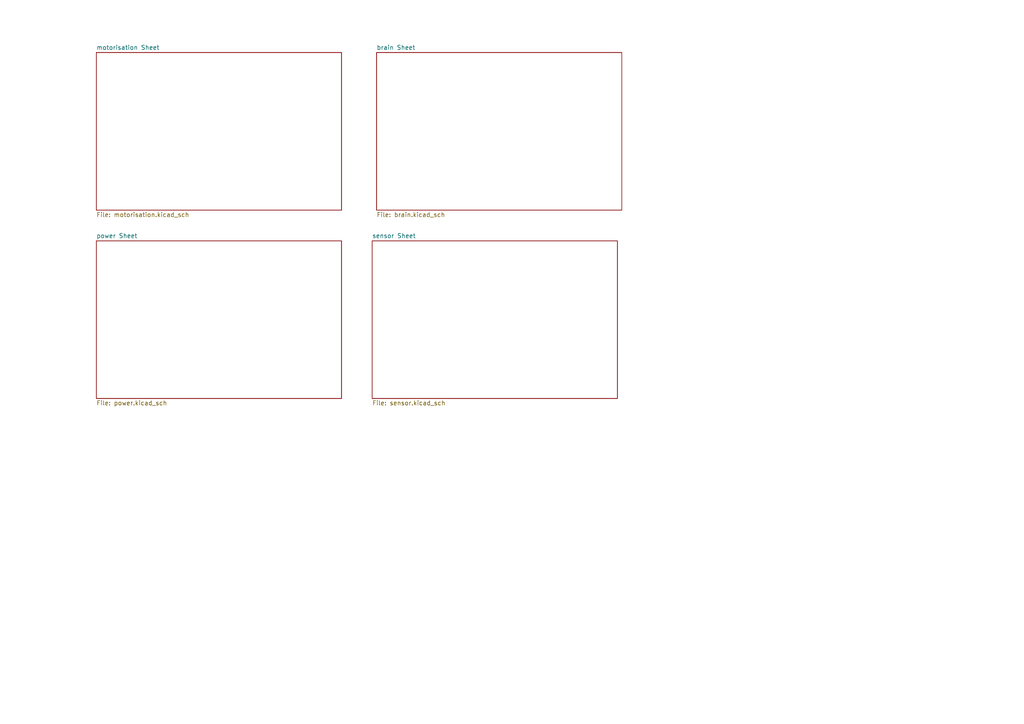
<source format=kicad_sch>
(kicad_sch
	(version 20231120)
	(generator "eeschema")
	(generator_version "8.0")
	(uuid "23d5732b-7ccb-40aa-85a2-3b18421ac23b")
	(paper "A4")
	(lib_symbols)
	(sheet
		(at 27.94 15.24)
		(size 71.12 45.72)
		(fields_autoplaced yes)
		(stroke
			(width 0.1524)
			(type solid)
		)
		(fill
			(color 0 0 0 0.0000)
		)
		(uuid "3b52812e-304f-4912-a30c-3c03f9d89b81")
		(property "Sheetname" "motorisation Sheet"
			(at 27.94 14.5284 0)
			(effects
				(font
					(size 1.27 1.27)
				)
				(justify left bottom)
			)
		)
		(property "Sheetfile" "motorisation.kicad_sch"
			(at 27.94 61.5446 0)
			(effects
				(font
					(size 1.27 1.27)
				)
				(justify left top)
			)
		)
		(instances
			(project "StealthKitty"
				(path "/23d5732b-7ccb-40aa-85a2-3b18421ac23b"
					(page "3")
				)
			)
		)
	)
	(sheet
		(at 109.22 15.24)
		(size 71.12 45.72)
		(fields_autoplaced yes)
		(stroke
			(width 0.1524)
			(type solid)
		)
		(fill
			(color 0 0 0 0.0000)
		)
		(uuid "80e324d5-3692-40e2-ae7b-7b2010b2e090")
		(property "Sheetname" "brain Sheet"
			(at 109.22 14.5284 0)
			(effects
				(font
					(size 1.27 1.27)
				)
				(justify left bottom)
			)
		)
		(property "Sheetfile" "brain.kicad_sch"
			(at 109.22 61.5446 0)
			(effects
				(font
					(size 1.27 1.27)
				)
				(justify left top)
			)
		)
		(instances
			(project "StealthKitty"
				(path "/23d5732b-7ccb-40aa-85a2-3b18421ac23b"
					(page "4")
				)
			)
		)
	)
	(sheet
		(at 27.94 69.85)
		(size 71.12 45.72)
		(fields_autoplaced yes)
		(stroke
			(width 0.1524)
			(type solid)
		)
		(fill
			(color 0 0 0 0.0000)
		)
		(uuid "813d471c-6080-4c02-83a9-e4f8506d7616")
		(property "Sheetname" "power Sheet"
			(at 27.94 69.1384 0)
			(effects
				(font
					(size 1.27 1.27)
				)
				(justify left bottom)
			)
		)
		(property "Sheetfile" "power.kicad_sch"
			(at 27.94 116.1546 0)
			(effects
				(font
					(size 1.27 1.27)
				)
				(justify left top)
			)
		)
		(instances
			(project "StealthKitty"
				(path "/23d5732b-7ccb-40aa-85a2-3b18421ac23b"
					(page "5")
				)
			)
		)
	)
	(sheet
		(at 107.95 69.85)
		(size 71.12 45.72)
		(fields_autoplaced yes)
		(stroke
			(width 0.1524)
			(type solid)
		)
		(fill
			(color 0 0 0 0.0000)
		)
		(uuid "8cd8413a-9ba4-4bd6-b413-2331caa50cc2")
		(property "Sheetname" "sensor Sheet"
			(at 107.95 69.1384 0)
			(effects
				(font
					(size 1.27 1.27)
				)
				(justify left bottom)
			)
		)
		(property "Sheetfile" "sensor.kicad_sch"
			(at 107.95 116.1546 0)
			(effects
				(font
					(size 1.27 1.27)
				)
				(justify left top)
			)
		)
		(instances
			(project "StealthKitty"
				(path "/23d5732b-7ccb-40aa-85a2-3b18421ac23b"
					(page "3")
				)
			)
		)
	)
	(sheet_instances
		(path "/"
			(page "1")
		)
	)
)

</source>
